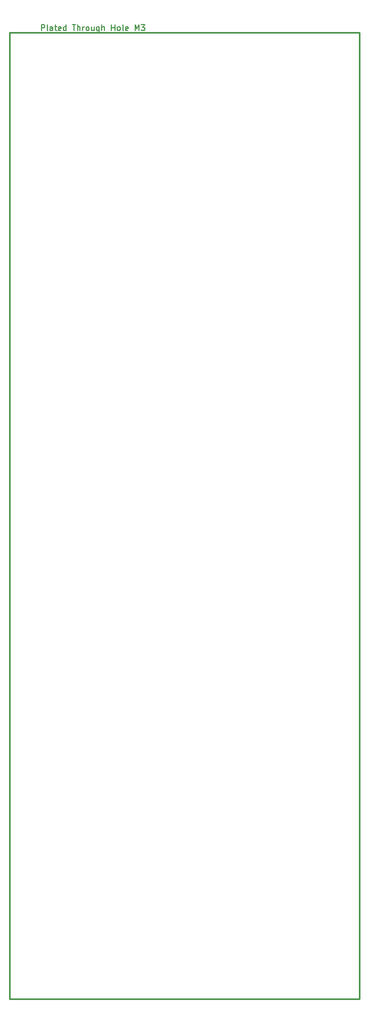
<source format=gbr>
%TF.GenerationSoftware,KiCad,Pcbnew,9.0.1*%
%TF.CreationDate,2025-04-16T15:15:49-04:00*%
%TF.ProjectId,KiCad 9 6502 ROR Test Board V2.0S,4b694361-6420-4392-9036-35303220524f,rev?*%
%TF.SameCoordinates,Original*%
%TF.FileFunction,Profile,NP*%
%FSLAX46Y46*%
G04 Gerber Fmt 4.6, Leading zero omitted, Abs format (unit mm)*
G04 Created by KiCad (PCBNEW 9.0.1) date 2025-04-16 15:15:49*
%MOMM*%
%LPD*%
G01*
G04 APERTURE LIST*
%TA.AperFunction,Profile*%
%ADD10C,0.254000*%
%TD*%
%ADD11C,0.152400*%
G04 APERTURE END LIST*
D10*
X177734000Y-176761500D02*
X177734000Y-183175000D01*
X177734000Y-183175000D02*
X144333000Y-183175000D01*
X177734000Y-156822500D02*
X177734000Y-176761500D01*
X122108000Y-32299000D02*
X122108000Y-29759000D01*
X122108000Y-183175000D02*
X144333000Y-183175000D01*
X177734000Y-156759000D02*
X177734000Y-32299000D01*
X122108000Y-32299000D02*
X122108000Y-32426000D01*
X177734000Y-32299000D02*
X177734000Y-29759000D01*
X122108000Y-156886000D02*
X122108000Y-183175000D01*
X177734000Y-156822500D02*
X177734000Y-156759000D01*
X122108000Y-32426000D02*
X122108000Y-156886000D01*
X177734000Y-29759000D02*
X122108000Y-29759000D01*
D11*
X127171677Y-29460817D02*
X127171677Y-28546417D01*
X127171677Y-28546417D02*
X127520020Y-28546417D01*
X127520020Y-28546417D02*
X127607105Y-28589960D01*
X127607105Y-28589960D02*
X127650648Y-28633503D01*
X127650648Y-28633503D02*
X127694191Y-28720589D01*
X127694191Y-28720589D02*
X127694191Y-28851217D01*
X127694191Y-28851217D02*
X127650648Y-28938303D01*
X127650648Y-28938303D02*
X127607105Y-28981846D01*
X127607105Y-28981846D02*
X127520020Y-29025389D01*
X127520020Y-29025389D02*
X127171677Y-29025389D01*
X128216705Y-29460817D02*
X128129620Y-29417275D01*
X128129620Y-29417275D02*
X128086077Y-29330189D01*
X128086077Y-29330189D02*
X128086077Y-28546417D01*
X128956934Y-29460817D02*
X128956934Y-28981846D01*
X128956934Y-28981846D02*
X128913391Y-28894760D01*
X128913391Y-28894760D02*
X128826305Y-28851217D01*
X128826305Y-28851217D02*
X128652134Y-28851217D01*
X128652134Y-28851217D02*
X128565048Y-28894760D01*
X128956934Y-29417275D02*
X128869848Y-29460817D01*
X128869848Y-29460817D02*
X128652134Y-29460817D01*
X128652134Y-29460817D02*
X128565048Y-29417275D01*
X128565048Y-29417275D02*
X128521505Y-29330189D01*
X128521505Y-29330189D02*
X128521505Y-29243103D01*
X128521505Y-29243103D02*
X128565048Y-29156017D01*
X128565048Y-29156017D02*
X128652134Y-29112475D01*
X128652134Y-29112475D02*
X128869848Y-29112475D01*
X128869848Y-29112475D02*
X128956934Y-29068932D01*
X129261733Y-28851217D02*
X129610076Y-28851217D01*
X129392362Y-28546417D02*
X129392362Y-29330189D01*
X129392362Y-29330189D02*
X129435905Y-29417275D01*
X129435905Y-29417275D02*
X129522990Y-29460817D01*
X129522990Y-29460817D02*
X129610076Y-29460817D01*
X130263219Y-29417275D02*
X130176133Y-29460817D01*
X130176133Y-29460817D02*
X130001962Y-29460817D01*
X130001962Y-29460817D02*
X129914876Y-29417275D01*
X129914876Y-29417275D02*
X129871333Y-29330189D01*
X129871333Y-29330189D02*
X129871333Y-28981846D01*
X129871333Y-28981846D02*
X129914876Y-28894760D01*
X129914876Y-28894760D02*
X130001962Y-28851217D01*
X130001962Y-28851217D02*
X130176133Y-28851217D01*
X130176133Y-28851217D02*
X130263219Y-28894760D01*
X130263219Y-28894760D02*
X130306762Y-28981846D01*
X130306762Y-28981846D02*
X130306762Y-29068932D01*
X130306762Y-29068932D02*
X129871333Y-29156017D01*
X131090533Y-29460817D02*
X131090533Y-28546417D01*
X131090533Y-29417275D02*
X131003447Y-29460817D01*
X131003447Y-29460817D02*
X130829275Y-29460817D01*
X130829275Y-29460817D02*
X130742190Y-29417275D01*
X130742190Y-29417275D02*
X130698647Y-29373732D01*
X130698647Y-29373732D02*
X130655104Y-29286646D01*
X130655104Y-29286646D02*
X130655104Y-29025389D01*
X130655104Y-29025389D02*
X130698647Y-28938303D01*
X130698647Y-28938303D02*
X130742190Y-28894760D01*
X130742190Y-28894760D02*
X130829275Y-28851217D01*
X130829275Y-28851217D02*
X131003447Y-28851217D01*
X131003447Y-28851217D02*
X131090533Y-28894760D01*
X132092018Y-28546417D02*
X132614533Y-28546417D01*
X132353275Y-29460817D02*
X132353275Y-28546417D01*
X132919333Y-29460817D02*
X132919333Y-28546417D01*
X133311219Y-29460817D02*
X133311219Y-28981846D01*
X133311219Y-28981846D02*
X133267676Y-28894760D01*
X133267676Y-28894760D02*
X133180590Y-28851217D01*
X133180590Y-28851217D02*
X133049961Y-28851217D01*
X133049961Y-28851217D02*
X132962876Y-28894760D01*
X132962876Y-28894760D02*
X132919333Y-28938303D01*
X133746647Y-29460817D02*
X133746647Y-28851217D01*
X133746647Y-29025389D02*
X133790190Y-28938303D01*
X133790190Y-28938303D02*
X133833733Y-28894760D01*
X133833733Y-28894760D02*
X133920818Y-28851217D01*
X133920818Y-28851217D02*
X134007904Y-28851217D01*
X134443332Y-29460817D02*
X134356247Y-29417275D01*
X134356247Y-29417275D02*
X134312704Y-29373732D01*
X134312704Y-29373732D02*
X134269161Y-29286646D01*
X134269161Y-29286646D02*
X134269161Y-29025389D01*
X134269161Y-29025389D02*
X134312704Y-28938303D01*
X134312704Y-28938303D02*
X134356247Y-28894760D01*
X134356247Y-28894760D02*
X134443332Y-28851217D01*
X134443332Y-28851217D02*
X134573961Y-28851217D01*
X134573961Y-28851217D02*
X134661047Y-28894760D01*
X134661047Y-28894760D02*
X134704590Y-28938303D01*
X134704590Y-28938303D02*
X134748132Y-29025389D01*
X134748132Y-29025389D02*
X134748132Y-29286646D01*
X134748132Y-29286646D02*
X134704590Y-29373732D01*
X134704590Y-29373732D02*
X134661047Y-29417275D01*
X134661047Y-29417275D02*
X134573961Y-29460817D01*
X134573961Y-29460817D02*
X134443332Y-29460817D01*
X135531904Y-28851217D02*
X135531904Y-29460817D01*
X135140018Y-28851217D02*
X135140018Y-29330189D01*
X135140018Y-29330189D02*
X135183561Y-29417275D01*
X135183561Y-29417275D02*
X135270646Y-29460817D01*
X135270646Y-29460817D02*
X135401275Y-29460817D01*
X135401275Y-29460817D02*
X135488361Y-29417275D01*
X135488361Y-29417275D02*
X135531904Y-29373732D01*
X136359218Y-28851217D02*
X136359218Y-29591446D01*
X136359218Y-29591446D02*
X136315675Y-29678532D01*
X136315675Y-29678532D02*
X136272132Y-29722075D01*
X136272132Y-29722075D02*
X136185046Y-29765617D01*
X136185046Y-29765617D02*
X136054418Y-29765617D01*
X136054418Y-29765617D02*
X135967332Y-29722075D01*
X136359218Y-29417275D02*
X136272132Y-29460817D01*
X136272132Y-29460817D02*
X136097960Y-29460817D01*
X136097960Y-29460817D02*
X136010875Y-29417275D01*
X136010875Y-29417275D02*
X135967332Y-29373732D01*
X135967332Y-29373732D02*
X135923789Y-29286646D01*
X135923789Y-29286646D02*
X135923789Y-29025389D01*
X135923789Y-29025389D02*
X135967332Y-28938303D01*
X135967332Y-28938303D02*
X136010875Y-28894760D01*
X136010875Y-28894760D02*
X136097960Y-28851217D01*
X136097960Y-28851217D02*
X136272132Y-28851217D01*
X136272132Y-28851217D02*
X136359218Y-28894760D01*
X136794646Y-29460817D02*
X136794646Y-28546417D01*
X137186532Y-29460817D02*
X137186532Y-28981846D01*
X137186532Y-28981846D02*
X137142989Y-28894760D01*
X137142989Y-28894760D02*
X137055903Y-28851217D01*
X137055903Y-28851217D02*
X136925274Y-28851217D01*
X136925274Y-28851217D02*
X136838189Y-28894760D01*
X136838189Y-28894760D02*
X136794646Y-28938303D01*
X138318646Y-29460817D02*
X138318646Y-28546417D01*
X138318646Y-28981846D02*
X138841160Y-28981846D01*
X138841160Y-29460817D02*
X138841160Y-28546417D01*
X139407217Y-29460817D02*
X139320132Y-29417275D01*
X139320132Y-29417275D02*
X139276589Y-29373732D01*
X139276589Y-29373732D02*
X139233046Y-29286646D01*
X139233046Y-29286646D02*
X139233046Y-29025389D01*
X139233046Y-29025389D02*
X139276589Y-28938303D01*
X139276589Y-28938303D02*
X139320132Y-28894760D01*
X139320132Y-28894760D02*
X139407217Y-28851217D01*
X139407217Y-28851217D02*
X139537846Y-28851217D01*
X139537846Y-28851217D02*
X139624932Y-28894760D01*
X139624932Y-28894760D02*
X139668475Y-28938303D01*
X139668475Y-28938303D02*
X139712017Y-29025389D01*
X139712017Y-29025389D02*
X139712017Y-29286646D01*
X139712017Y-29286646D02*
X139668475Y-29373732D01*
X139668475Y-29373732D02*
X139624932Y-29417275D01*
X139624932Y-29417275D02*
X139537846Y-29460817D01*
X139537846Y-29460817D02*
X139407217Y-29460817D01*
X140234531Y-29460817D02*
X140147446Y-29417275D01*
X140147446Y-29417275D02*
X140103903Y-29330189D01*
X140103903Y-29330189D02*
X140103903Y-28546417D01*
X140931217Y-29417275D02*
X140844131Y-29460817D01*
X140844131Y-29460817D02*
X140669960Y-29460817D01*
X140669960Y-29460817D02*
X140582874Y-29417275D01*
X140582874Y-29417275D02*
X140539331Y-29330189D01*
X140539331Y-29330189D02*
X140539331Y-28981846D01*
X140539331Y-28981846D02*
X140582874Y-28894760D01*
X140582874Y-28894760D02*
X140669960Y-28851217D01*
X140669960Y-28851217D02*
X140844131Y-28851217D01*
X140844131Y-28851217D02*
X140931217Y-28894760D01*
X140931217Y-28894760D02*
X140974760Y-28981846D01*
X140974760Y-28981846D02*
X140974760Y-29068932D01*
X140974760Y-29068932D02*
X140539331Y-29156017D01*
X142063331Y-29460817D02*
X142063331Y-28546417D01*
X142063331Y-28546417D02*
X142368131Y-29199560D01*
X142368131Y-29199560D02*
X142672931Y-28546417D01*
X142672931Y-28546417D02*
X142672931Y-29460817D01*
X143021274Y-28546417D02*
X143587331Y-28546417D01*
X143587331Y-28546417D02*
X143282531Y-28894760D01*
X143282531Y-28894760D02*
X143413160Y-28894760D01*
X143413160Y-28894760D02*
X143500246Y-28938303D01*
X143500246Y-28938303D02*
X143543788Y-28981846D01*
X143543788Y-28981846D02*
X143587331Y-29068932D01*
X143587331Y-29068932D02*
X143587331Y-29286646D01*
X143587331Y-29286646D02*
X143543788Y-29373732D01*
X143543788Y-29373732D02*
X143500246Y-29417275D01*
X143500246Y-29417275D02*
X143413160Y-29460817D01*
X143413160Y-29460817D02*
X143151903Y-29460817D01*
X143151903Y-29460817D02*
X143064817Y-29417275D01*
X143064817Y-29417275D02*
X143021274Y-29373732D01*
M02*

</source>
